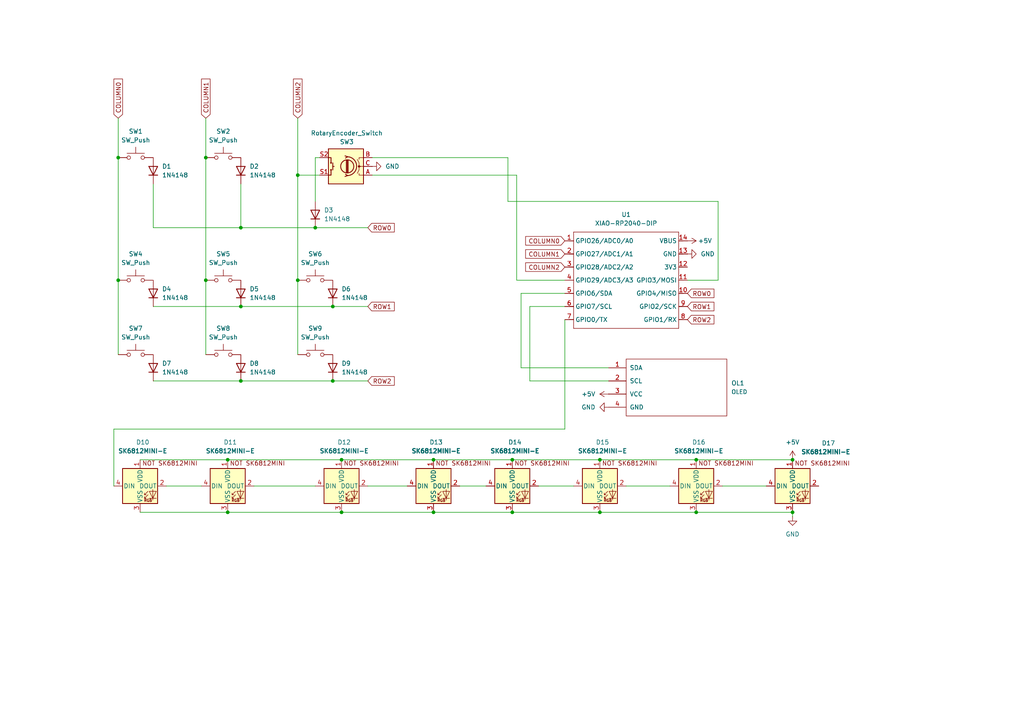
<source format=kicad_sch>
(kicad_sch (version 20250114) (generator "eeschema") (generator_version "9.0")
  (paper "A4")
  (lib_symbols
    (symbol "Device:RotaryEncoder_Switch" (pin_names (offset 0.254) (hide yes))
      (property "Reference" "SW" (at 0 6.604 0))
      (property "Value" "RotaryEncoder_Switch" (at 0 -6.604 0))
      (symbol "RotaryEncoder_Switch_0_1"
        (rectangle (start -5.08 5.08) (end 5.08 -5.08) (stroke (width 0.254)) (fill (type background)))
        (polyline (pts (xy -5.08 2.54) (xy -3.81 2.54) (xy -3.81 2.032)))
        (polyline (pts (xy -5.08 0) (xy -3.81 0) (xy -3.81 -1.016) (xy -3.302 -2.032)))
        (polyline (pts (xy -5.08 -2.54) (xy -3.81 -2.54) (xy -3.81 -2.032)))
        (polyline (pts (xy -4.318 0) (xy -3.81 0) (xy -3.81 1.016) (xy -3.302 2.032)))
        (circle (center -3.81 0) (radius 0.254) (fill (type outline)))
        (polyline (pts (xy -0.635 -1.778) (xy -0.635 1.778)) (stroke (width 0.254)))
        (circle (center -0.381 0) (radius 1.905) (stroke (width 0.254)))
        (polyline (pts (xy -0.381 -1.778) (xy -0.381 1.778)) (stroke (width 0.254)))
        (arc (start -0.381 -2.794) (mid -3.0988 -0.0635) (end -0.381 2.667) (stroke (width 0.254)))
        (polyline (pts (xy -0.127 1.778) (xy -0.127 -1.778)) (stroke (width 0.254)))
        (polyline (pts (xy 0.254 2.921) (xy -0.508 2.667) (xy 0.127 2.286)) (stroke (width 0.254)))
        (polyline (pts (xy 0.254 -3.048) (xy -0.508 -2.794) (xy 0.127 -2.413)) (stroke (width 0.254)))
        (polyline (pts (xy 3.81 1.016) (xy 3.81 -1.016)) (stroke (width 0.254)))
        (polyline (pts (xy 3.81 0) (xy 3.429 0)) (stroke (width 0.254)))
        (circle (center 4.318 1.016) (radius 0.127) (stroke (width 0.254)))
        (circle (center 4.318 -1.016) (radius 0.127) (stroke (width 0.254)))
        (polyline (pts (xy 5.08 2.54) (xy 4.318 2.54) (xy 4.318 1.016)) (stroke (width 0.254)))
        (polyline (pts (xy 5.08 -2.54) (xy 4.318 -2.54) (xy 4.318 -1.016)) (stroke (width 0.254)))
      )
      (symbol "RotaryEncoder_Switch_1_1"
        (pin passive line (at -7.62 2.54 0) (length 2.54) (name "A") (number "A"))
        (pin passive line (at -7.62 0 0) (length 2.54) (name "C") (number "C"))
        (pin passive line (at -7.62 -2.54 0) (length 2.54) (name "B") (number "B"))
        (pin passive line (at 7.62 2.54 180) (length 2.54) (name "S1") (number "S1"))
        (pin passive line (at 7.62 -2.54 180) (length 2.54) (name "S2") (number "S2"))
      )
    )
    (symbol "Diode:1N4148" (pin_numbers (hide yes)) (pin_names (hide yes))
      (property "Reference" "D" (at 0 2.54 0))
      (property "Value" "1N4148" (at 0 -2.54 0))
      (symbol "1N4148_0_1"
        (polyline (pts (xy -1.27 1.27) (xy -1.27 -1.27)) (stroke (width 0.254)))
        (polyline (pts (xy 1.27 1.27) (xy 1.27 -1.27) (xy -1.27 0) (xy 1.27 1.27)) (stroke (width 0.254)))
        (polyline (pts (xy 1.27 0) (xy -1.27 0)))
      )
      (symbol "1N4148_1_1"
        (pin passive line (at -3.81 0 0) (length 2.54) (name "K") (number "1"))
        (pin passive line (at 3.81 0 180) (length 2.54) (name "A") (number "2"))
      )
    )
    (symbol "MacroPad:XIAO-RP2040-DIP"
      (property "Reference" "U" (at 0 0 0))
      (property "Value" "XIAO-RP2040-DIP" (at 5.334 -1.778 0))
      (symbol "XIAO-RP2040-DIP_1_0"
        (polyline (pts (xy -1.27 -2.54) (xy 29.21 -2.54)) (stroke (width 0.1524)))
        (polyline (pts (xy -1.27 -5.08) (xy -2.54 -5.08)) (stroke (width 0.1524)))
        (polyline (pts (xy -1.27 -5.08) (xy -1.27 -2.54)) (stroke (width 0.1524)))
        (polyline (pts (xy -1.27 -8.89) (xy -2.54 -8.89)) (stroke (width 0.1524)))
        (polyline (pts (xy -1.27 -8.89) (xy -1.27 -5.08)) (stroke (width 0.1524)))
        (polyline (pts (xy -1.27 -12.7) (xy -2.54 -12.7)) (stroke (width 0.1524)))
        (polyline (pts (xy -1.27 -12.7) (xy -1.27 -8.89)) (stroke (width 0.1524)))
        (polyline (pts (xy -1.27 -16.51) (xy -2.54 -16.51)) (stroke (width 0.1524)))
        (polyline (pts (xy -1.27 -16.51) (xy -1.27 -12.7)) (stroke (width 0.1524)))
        (polyline (pts (xy -1.27 -20.32) (xy -2.54 -20.32)) (stroke (width 0.1524)))
        (polyline (pts (xy -1.27 -24.13) (xy -2.54 -24.13)) (stroke (width 0.1524)))
        (polyline (pts (xy -1.27 -27.94) (xy -2.54 -27.94)) (stroke (width 0.1524)))
        (polyline (pts (xy -1.27 -30.48) (xy -1.27 -16.51)) (stroke (width 0.1524)))
        (polyline (pts (xy 29.21 -2.54) (xy 29.21 -5.08)) (stroke (width 0.1524)))
        (polyline (pts (xy 29.21 -5.08) (xy 29.21 -8.89)) (stroke (width 0.1524)))
        (polyline (pts (xy 29.21 -8.89) (xy 29.21 -12.7)) (stroke (width 0.1524)))
        (polyline (pts (xy 29.21 -12.7) (xy 29.21 -30.48)) (stroke (width 0.1524)))
        (polyline (pts (xy 29.21 -30.48) (xy -1.27 -30.48)) (stroke (width 0.1524)))
        (polyline (pts (xy 30.48 -5.08) (xy 29.21 -5.08)) (stroke (width 0.1524)))
        (polyline (pts (xy 30.48 -8.89) (xy 29.21 -8.89)) (stroke (width 0.1524)))
        (polyline (pts (xy 30.48 -12.7) (xy 29.21 -12.7)) (stroke (width 0.1524)))
        (polyline (pts (xy 30.48 -16.51) (xy 29.21 -16.51)) (stroke (width 0.1524)))
        (polyline (pts (xy 30.48 -20.32) (xy 29.21 -20.32)) (stroke (width 0.1524)))
        (polyline (pts (xy 30.48 -24.13) (xy 29.21 -24.13)) (stroke (width 0.1524)))
        (polyline (pts (xy 30.48 -27.94) (xy 29.21 -27.94)) (stroke (width 0.1524)))
        (pin passive line (at -3.81 -5.08 0) (length 2.54) (name "GPIO26/ADC0/A0") (number "1"))
        (pin passive line (at -3.81 -8.89 0) (length 2.54) (name "GPIO27/ADC1/A1") (number "2"))
        (pin passive line (at -3.81 -12.7 0) (length 2.54) (name "GPIO28/ADC2/A2") (number "3"))
        (pin passive line (at -3.81 -16.51 0) (length 2.54) (name "GPIO29/ADC3/A3") (number "4"))
        (pin passive line (at -3.81 -20.32 0) (length 2.54) (name "GPIO6/SDA") (number "5"))
        (pin passive line (at -3.81 -24.13 0) (length 2.54) (name "GPIO7/SCL") (number "6"))
        (pin passive line (at -3.81 -27.94 0) (length 2.54) (name "GPIO0/TX") (number "7"))
        (pin passive line (at 31.75 -5.08 180) (length 2.54) (name "VBUS") (number "14"))
        (pin passive line (at 31.75 -8.89 180) (length 2.54) (name "GND") (number "13"))
        (pin passive line (at 31.75 -12.7 180) (length 2.54) (name "3V3") (number "12"))
        (pin passive line (at 31.75 -16.51 180) (length 2.54) (name "GPIO3/MOSI") (number "11"))
        (pin passive line (at 31.75 -20.32 180) (length 2.54) (name "GPIO4/MISO") (number "10"))
        (pin passive line (at 31.75 -24.13 180) (length 2.54) (name "GPIO2/SCK") (number "9"))
        (pin passive line (at 31.75 -27.94 180) (length 2.54) (name "GPIO1/RX") (number "8"))
      )
    )
    (symbol "SK6812MINI-E:SK6812MINI-E" (pin_names (offset 0.254))
      (property "Reference" "D" (at -3.556 5.842 0))
      (property "Value" "SK6812MINI-E" (at 1.27 -5.715 0))
      (symbol "SK6812MINI-E_0_0"
        (text "RGB" (at 2.286 -4.191 0) (effects (font (size 0.762 0.762))))
      )
      (symbol "SK6812MINI-E_0_1"
        (rectangle (start -5.08 5.08) (end 5.08 -5.08) (stroke (width 0.254)) (fill (type background)))
        (polyline (pts (xy 1.27 -2.54) (xy 1.778 -2.54)))
        (polyline (pts (xy 1.27 -3.556) (xy 1.778 -3.556)))
        (polyline (pts (xy 2.286 -1.524) (xy 1.27 -2.54) (xy 1.27 -2.032)))
        (polyline (pts (xy 2.286 -2.54) (xy 1.27 -3.556) (xy 1.27 -3.048)))
        (polyline (pts (xy 3.683 -1.016) (xy 3.683 -3.556) (xy 3.683 -4.064)))
        (polyline (pts (xy 4.699 -1.524) (xy 2.667 -1.524) (xy 3.683 -3.556) (xy 4.699 -1.524)))
        (polyline (pts (xy 4.699 -3.556) (xy 2.667 -3.556)))
      )
      (symbol "SK6812MINI-E_1_1"
        (text "NOT SK6812MINI" (at 8.636 6.604 0) (effects (font (size 1.27 1.27))))
        (pin input line (at -7.62 0 0) (length 2.54) (name "DIN") (number "4"))
        (pin power_in line (at 0 7.62 270) (length 2.54) (name "VDD") (number "1"))
        (pin power_in line (at 0 -7.62 90) (length 2.54) (name "VSS") (number "3"))
        (pin output line (at 7.62 0 180) (length 2.54) (name "DOUT") (number "2"))
      )
    )
    (symbol "Switch:SW_Push" (pin_numbers (hide yes)) (pin_names (offset 1.016) (hide yes))
      (property "Reference" "SW" (at 1.27 2.54 0))
      (property "Value" "SW_Push" (at 0 -1.524 0))
      (symbol "SW_Push_0_1"
        (circle (center -2.032 0) (radius 0.508))
        (polyline (pts (xy 0 1.27) (xy 0 3.048)))
        (circle (center 2.032 0) (radius 0.508))
        (polyline (pts (xy 2.54 1.27) (xy -2.54 1.27)))
        (pin passive line (at -5.08 0 0) (length 2.54) (name "1") (number "1"))
        (pin passive line (at 5.08 0 180) (length 2.54) (name "2") (number "2"))
      )
    )
    (symbol "kbd:OLED" (pin_names (offset 1.016))
      (property "Reference" "OL" (at 0 2.54 0))
      (property "Value" "OLED" (at 0 -1.27 0))
      (symbol "OLED_0_1"
        (rectangle (start -13.97 8.89) (end 15.24 -7.62))
      )
      (symbol "OLED_1_1"
        (pin bidirectional line (at -19.05 6.35 0) (length 5.08) (name "SDA") (number "1"))
        (pin bidirectional line (at -19.05 2.54 0) (length 5.08) (name "SCL") (number "2"))
        (pin power_in line (at -19.05 -1.27 0) (length 5.08) (name "VCC") (number "3"))
        (pin power_in line (at -19.05 -5.08 0) (length 5.08) (name "GND") (number "4"))
      )
    )
    (symbol "power:+5V" (power) (pin_numbers (hide yes)) (pin_names (offset 0) (hide yes))
      (property "Value" "+5V" (at 0 3.556 0))
      (symbol "+5V_0_1"
        (polyline (pts (xy -0.762 1.27) (xy 0 2.54)))
        (polyline (pts (xy 0 2.54) (xy 0.762 1.27)))
        (polyline (pts (xy 0 0) (xy 0 2.54)))
      )
      (symbol "+5V_1_1"
        (pin power_in line (at 0 0 90) (length 0) (name "~") (number "1"))
      )
    )
    (symbol "power:GND" (power) (pin_numbers (hide yes)) (pin_names (offset 0) (hide yes))
      (property "Value" "GND" (at 0 -3.81 0))
      (symbol "GND_0_1"
        (polyline (pts (xy 0 0) (xy 0 -1.27) (xy 1.27 -1.27) (xy 0 -2.54) (xy -1.27 -1.27) (xy 0 -1.27)))
      )
      (symbol "GND_1_1"
        (pin power_in line (at 0 0 270) (length 0) (name "~") (number "1"))
      )
    )
  )
  (junction (at 86.36 50.8))
  (junction (at 229.87 148.59))
  (junction (at 86.36 81.28))
  (junction (at 91.44 66.04))
  (junction (at 125.73 133.35))
  (junction (at 69.85 88.9))
  (junction (at 66.04 133.35))
  (junction (at 99.06 148.59))
  (junction (at 59.69 81.28))
  (junction (at 59.69 45.72))
  (junction (at 173.99 133.35))
  (junction (at 229.87 133.35))
  (junction (at 148.59 148.59))
  (junction (at 148.59 133.35))
  (junction (at 34.29 81.28))
  (junction (at 69.85 110.49))
  (junction (at 201.93 133.35))
  (junction (at 125.73 148.59))
  (junction (at 69.85 66.04))
  (junction (at 34.29 45.72))
  (junction (at 201.93 148.59))
  (junction (at 96.52 88.9))
  (junction (at 173.99 148.59))
  (junction (at 96.52 110.49))
  (junction (at 99.06 133.35))
  (junction (at 66.04 148.59))
  (wire (pts (xy 91.44 66.04) (xy 106.68 66.04)))
  (wire (pts (xy 176.53 110.49) (xy 153.67 110.49)))
  (wire (pts (xy 92.71 45.72) (xy 91.44 45.72)))
  (wire (pts (xy 69.85 53.34) (xy 69.85 66.04)))
  (wire (pts (xy 181.61 140.97) (xy 194.31 140.97)))
  (wire (pts (xy 209.55 140.97) (xy 222.25 140.97)))
  (wire (pts (xy 59.69 45.72) (xy 59.69 81.28)))
  (wire (pts (xy 173.99 148.59) (xy 201.93 148.59)))
  (wire (pts (xy 44.45 66.04) (xy 69.85 66.04)))
  (wire (pts (xy 151.13 85.09) (xy 151.13 106.68)))
  (wire (pts (xy 66.04 133.35) (xy 99.06 133.35)))
  (wire (pts (xy 44.45 110.49) (xy 69.85 110.49)))
  (wire (pts (xy 229.87 149.86) (xy 229.87 148.59)))
  (wire (pts (xy 34.29 81.28) (xy 34.29 102.87)))
  (wire (pts (xy 66.04 148.59) (xy 99.06 148.59)))
  (wire (pts (xy 48.26 140.97) (xy 58.42 140.97)))
  (wire (pts (xy 107.95 50.8) (xy 149.86 50.8)))
  (wire (pts (xy 86.36 50.8) (xy 92.71 50.8)))
  (wire (pts (xy 149.86 50.8) (xy 149.86 81.28)))
  (wire (pts (xy 156.21 140.97) (xy 166.37 140.97)))
  (wire (pts (xy 96.52 88.9) (xy 106.68 88.9)))
  (wire (pts (xy 69.85 110.49) (xy 96.52 110.49)))
  (wire (pts (xy 44.45 88.9) (xy 69.85 88.9)))
  (wire (pts (xy 59.69 81.28) (xy 59.69 102.87)))
  (wire (pts (xy 201.93 133.35) (xy 229.87 133.35)))
  (wire (pts (xy 33.02 124.46) (xy 163.83 124.46)))
  (wire (pts (xy 147.32 45.72) (xy 147.32 58.42)))
  (wire (pts (xy 40.64 133.35) (xy 66.04 133.35)))
  (wire (pts (xy 33.02 124.46) (xy 33.02 140.97)))
  (wire (pts (xy 148.59 148.59) (xy 173.99 148.59)))
  (wire (pts (xy 73.66 140.97) (xy 91.44 140.97)))
  (wire (pts (xy 173.99 133.35) (xy 201.93 133.35)))
  (wire (pts (xy 69.85 66.04) (xy 91.44 66.04)))
  (wire (pts (xy 208.28 58.42) (xy 208.28 81.28)))
  (wire (pts (xy 153.67 88.9) (xy 153.67 110.49)))
  (wire (pts (xy 99.06 148.59) (xy 125.73 148.59)))
  (wire (pts (xy 99.06 133.35) (xy 125.73 133.35)))
  (wire (pts (xy 133.35 140.97) (xy 140.97 140.97)))
  (wire (pts (xy 163.83 81.28) (xy 149.86 81.28)))
  (wire (pts (xy 151.13 85.09) (xy 163.83 85.09)))
  (wire (pts (xy 106.68 140.97) (xy 118.11 140.97)))
  (wire (pts (xy 153.67 88.9) (xy 163.83 88.9)))
  (wire (pts (xy 151.13 106.68) (xy 176.53 106.68)))
  (wire (pts (xy 34.29 34.29) (xy 34.29 45.72)))
  (wire (pts (xy 147.32 58.42) (xy 208.28 58.42)))
  (wire (pts (xy 86.36 34.29) (xy 86.36 50.8)))
  (wire (pts (xy 201.93 148.59) (xy 229.87 148.59)))
  (wire (pts (xy 208.28 81.28) (xy 199.39 81.28)))
  (wire (pts (xy 107.95 45.72) (xy 147.32 45.72)))
  (wire (pts (xy 125.73 148.59) (xy 148.59 148.59)))
  (wire (pts (xy 96.52 110.49) (xy 106.68 110.49)))
  (wire (pts (xy 91.44 45.72) (xy 91.44 58.42)))
  (wire (pts (xy 69.85 88.9) (xy 96.52 88.9)))
  (wire (pts (xy 59.69 34.29) (xy 59.69 45.72)))
  (wire (pts (xy 44.45 53.34) (xy 44.45 66.04)))
  (wire (pts (xy 34.29 45.72) (xy 34.29 81.28)))
  (wire (pts (xy 163.83 124.46) (xy 163.83 92.71)))
  (wire (pts (xy 86.36 50.8) (xy 86.36 81.28)))
  (wire (pts (xy 86.36 81.28) (xy 86.36 102.87)))
  (wire (pts (xy 125.73 133.35) (xy 148.59 133.35)))
  (wire (pts (xy 148.59 133.35) (xy 173.99 133.35)))
  (wire (pts (xy 40.64 148.59) (xy 66.04 148.59)))
  (global_label "ROW1" (shape input) (at 199.39 88.9 0) (property "Intersheetrefs" "${INTERSHEET_REFS}" (effects (hide yes))))
  (global_label "ROW0" (shape input) (at 106.68 66.04 0) (property "Intersheetrefs" "${INTERSHEET_REFS}" (effects (hide yes))))
  (global_label "ROW2" (shape input) (at 106.68 110.49 0) (property "Intersheetrefs" "${INTERSHEET_REFS}" (effects (hide yes))))
  (global_label "ROW0" (shape input) (at 199.39 85.09 0) (property "Intersheetrefs" "${INTERSHEET_REFS}" (effects (hide yes))))
  (global_label "ROW2" (shape input) (at 199.39 92.71 0) (property "Intersheetrefs" "${INTERSHEET_REFS}" (effects (hide yes))))
  (global_label "COLUMN1" (shape input) (at 59.69 34.29 90) (property "Intersheetrefs" "${INTERSHEET_REFS}" (effects (hide yes))))
  (global_label "COLUMN0" (shape input) (at 34.29 34.29 90) (property "Intersheetrefs" "${INTERSHEET_REFS}" (effects (hide yes))))
  (global_label "COLUMN2" (shape input) (at 86.36 34.29 90) (property "Intersheetrefs" "${INTERSHEET_REFS}" (effects (hide yes))))
  (global_label "COLUMN1" (shape input) (at 163.83 73.66 180) (property "Intersheetrefs" "${INTERSHEET_REFS}" (effects (hide yes))))
  (global_label "ROW1" (shape input) (at 106.68 88.9 0) (property "Intersheetrefs" "${INTERSHEET_REFS}" (effects (hide yes))))
  (global_label "COLUMN0" (shape input) (at 163.83 69.85 180) (property "Intersheetrefs" "${INTERSHEET_REFS}" (effects (hide yes))))
  (global_label "COLUMN2" (shape input) (at 163.83 77.47 180) (property "Intersheetrefs" "${INTERSHEET_REFS}" (effects (hide yes))))
  (symbol (lib_id "SK6812MINI-E:SK6812MINI-E") (at 173.99 140.97 0) (unit 1)
    (property "Reference" "D15" (at 174.752 128.2699 0))
    (property "Value" "SK6812MINI-E" (at 174.752 130.81 0) (effects (font (thickness 0.254) (bold yes))))
    (property "Footprint" "footprints:SK6812MINI-E_fixed" (effects (hide yes)))
    (property "Datasheet" "https://cdn-shop.adafruit.com/product-files/4960/4960_SK6812MINI-E_REV02_EN.pdf" (effects (hide yes)))
    (property "Description" "RGB LED with integrated controller" (effects (hide yes)))
  )
  (symbol (lib_id "Switch:SW_Push") (at 39.37 81.28 0) (unit 1)
    (property "Reference" "SW4" (at 39.37 73.66 0))
    (property "Value" "SW_Push" (at 39.37 76.2 0))
    (property "Footprint" "Button_Switch_Keyboard:SW_Cherry_MX_1.00u_PCB" (effects (hide yes)))
    (property "Description" "Push button switch, generic, two pins" (effects (hide yes)))
  )
  (symbol (lib_id "SK6812MINI-E:SK6812MINI-E") (at 40.64 140.97 0) (unit 1)
    (property "Reference" "D10" (at 41.402 128.2699 0))
    (property "Value" "SK6812MINI-E" (at 41.402 130.81 0) (effects (font (thickness 0.254) (bold yes))))
    (property "Footprint" "footprints:SK6812MINI-E_fixed" (effects (hide yes)))
    (property "Datasheet" "https://cdn-shop.adafruit.com/product-files/4960/4960_SK6812MINI-E_REV02_EN.pdf" (effects (hide yes)))
    (property "Description" "RGB LED with integrated controller" (effects (hide yes)))
  )
  (symbol (lib_id "Diode:1N4148") (at 69.85 106.68 90) (unit 1)
    (property "Reference" "D8" (at 72.39 105.4099 90) (effects (justify right)))
    (property "Value" "1N4148" (at 72.39 107.9499 90) (effects (justify right)))
    (property "Footprint" "Diode_THT:D_DO-35_SOD27_P7.62mm_Horizontal" (effects (hide yes)))
    (property "Datasheet" "https://assets.nexperia.com/documents/data-sheet/1N4148_1N4448.pdf" (effects (hide yes)))
    (property "Description" "100V 0.15A standard switching diode, DO-35" (effects (hide yes)))
    (property "Sim.Device" "D" (effects (hide yes)))
    (property "Sim.Pins" "1=K 2=A" (effects (hide yes)))
  )
  (symbol (lib_id "Switch:SW_Push") (at 39.37 45.72 0) (unit 1)
    (property "Reference" "SW1" (at 39.37 38.1 0))
    (property "Value" "SW_Push" (at 39.37 40.64 0))
    (property "Footprint" "Button_Switch_Keyboard:SW_Cherry_MX_1.00u_PCB" (effects (hide yes)))
    (property "Description" "Push button switch, generic, two pins" (effects (hide yes)))
  )
  (symbol (lib_id "Diode:1N4148") (at 44.45 85.09 90) (unit 1)
    (property "Reference" "D4" (at 46.99 83.8199 90) (effects (justify right)))
    (property "Value" "1N4148" (at 46.99 86.3599 90) (effects (justify right)))
    (property "Footprint" "Diode_THT:D_DO-35_SOD27_P7.62mm_Horizontal" (effects (hide yes)))
    (property "Datasheet" "https://assets.nexperia.com/documents/data-sheet/1N4148_1N4448.pdf" (effects (hide yes)))
    (property "Description" "100V 0.15A standard switching diode, DO-35" (effects (hide yes)))
    (property "Sim.Device" "D" (effects (hide yes)))
    (property "Sim.Pins" "1=K 2=A" (effects (hide yes)))
  )
  (symbol (lib_id "power:GND") (at 229.87 149.86 0) (unit 1)
    (property "Reference" "#PWR017" (effects (hide yes)))
    (property "Value" "GND" (at 229.87 154.94 0))
    (property "Description" "Power symbol creates a global label with name \"GND\" , ground" (effects (hide yes)))
  )
  (symbol (lib_id "power:GND") (at 176.53 118.11 270) (unit 1)
    (property "Reference" "#PWR08" (effects (hide yes)))
    (property "Value" "GND" (at 172.72 118.1099 90) (effects (justify right)))
    (property "Description" "Power symbol creates a global label with name \"GND\" , ground" (effects (hide yes)))
  )
  (symbol (lib_id "Switch:SW_Push") (at 64.77 81.28 0) (unit 1)
    (property "Reference" "SW5" (at 64.77 73.66 0))
    (property "Value" "SW_Push" (at 64.77 76.2 0))
    (property "Footprint" "Button_Switch_Keyboard:SW_Cherry_MX_1.00u_PCB" (effects (hide yes)))
    (property "Description" "Push button switch, generic, two pins" (effects (hide yes)))
  )
  (symbol (lib_id "Diode:1N4148") (at 44.45 106.68 90) (unit 1)
    (property "Reference" "D7" (at 46.99 105.4099 90) (effects (justify right)))
    (property "Value" "1N4148" (at 46.99 107.9499 90) (effects (justify right)))
    (property "Footprint" "Diode_THT:D_DO-35_SOD27_P7.62mm_Horizontal" (effects (hide yes)))
    (property "Datasheet" "https://assets.nexperia.com/documents/data-sheet/1N4148_1N4448.pdf" (effects (hide yes)))
    (property "Description" "100V 0.15A standard switching diode, DO-35" (effects (hide yes)))
    (property "Sim.Device" "D" (effects (hide yes)))
    (property "Sim.Pins" "1=K 2=A" (effects (hide yes)))
  )
  (symbol (lib_id "power:+5V") (at 229.87 133.35 0) (unit 1)
    (property "Reference" "#PWR016" (effects (hide yes)))
    (property "Value" "+5V" (at 229.87 128.27 0))
    (property "Description" "Power symbol creates a global label with name \"+5V\"" (effects (hide yes)))
  )
  (symbol (lib_id "power:GND") (at 199.39 73.66 90) (unit 1)
    (property "Reference" "#PWR05" (effects (hide yes)))
    (property "Value" "GND" (at 203.2 73.6599 90) (effects (justify right)))
    (property "Description" "Power symbol creates a global label with name \"GND\" , ground" (effects (hide yes)))
  )
  (symbol (lib_id "power:+5V") (at 176.53 114.3 90) (unit 1)
    (property "Reference" "#PWR09" (effects (hide yes)))
    (property "Value" "+5V" (at 172.72 114.2999 90) (effects (justify left)))
    (property "Description" "Power symbol creates a global label with name \"+5V\"" (effects (hide yes)))
  )
  (symbol (lib_id "Switch:SW_Push") (at 91.44 102.87 0) (unit 1)
    (property "Reference" "SW9" (at 91.44 95.25 0))
    (property "Value" "SW_Push" (at 91.44 97.79 0))
    (property "Footprint" "Button_Switch_Keyboard:SW_Cherry_MX_1.00u_PCB" (effects (hide yes)))
    (property "Description" "Push button switch, generic, two pins" (effects (hide yes)))
  )
  (symbol (lib_id "Switch:SW_Push") (at 64.77 45.72 0) (unit 1)
    (property "Reference" "SW2" (at 64.77 38.1 0))
    (property "Value" "SW_Push" (at 64.77 40.64 0))
    (property "Footprint" "Button_Switch_Keyboard:SW_Cherry_MX_1.00u_PCB" (effects (hide yes)))
    (property "Description" "Push button switch, generic, two pins" (effects (hide yes)))
  )
  (symbol (lib_id "power:+5V") (at 199.39 69.85 270) (unit 1)
    (property "Reference" "#PWR04" (effects (hide yes)))
    (property "Value" "+5V" (at 204.47 69.85 90))
    (property "Description" "Power symbol creates a global label with name \"+5V\"" (effects (hide yes)))
  )
  (symbol (lib_id "SK6812MINI-E:SK6812MINI-E") (at 201.93 140.97 0) (unit 1)
    (property "Reference" "D16" (at 202.692 128.2699 0))
    (property "Value" "SK6812MINI-E" (at 202.692 130.81 0) (effects (font (thickness 0.254) (bold yes))))
    (property "Footprint" "footprints:SK6812MINI-E_fixed" (effects (hide yes)))
    (property "Datasheet" "https://cdn-shop.adafruit.com/product-files/4960/4960_SK6812MINI-E_REV02_EN.pdf" (effects (hide yes)))
    (property "Description" "RGB LED with integrated controller" (effects (hide yes)))
  )
  (symbol (lib_id "Diode:1N4148") (at 44.45 49.53 90) (unit 1)
    (property "Reference" "D1" (at 46.99 48.2599 90) (effects (justify right)))
    (property "Value" "1N4148" (at 46.99 50.7999 90) (effects (justify right)))
    (property "Footprint" "Diode_THT:D_DO-35_SOD27_P7.62mm_Horizontal" (effects (hide yes)))
    (property "Datasheet" "https://assets.nexperia.com/documents/data-sheet/1N4148_1N4448.pdf" (effects (hide yes)))
    (property "Description" "100V 0.15A standard switching diode, DO-35" (effects (hide yes)))
    (property "Sim.Device" "D" (effects (hide yes)))
    (property "Sim.Pins" "1=K 2=A" (effects (hide yes)))
  )
  (symbol (lib_id "Diode:1N4148") (at 96.52 106.68 90) (unit 1)
    (property "Reference" "D9" (at 99.06 105.4099 90) (effects (justify right)))
    (property "Value" "1N4148" (at 99.06 107.9499 90) (effects (justify right)))
    (property "Footprint" "Diode_THT:D_DO-35_SOD27_P7.62mm_Horizontal" (effects (hide yes)))
    (property "Datasheet" "https://assets.nexperia.com/documents/data-sheet/1N4148_1N4448.pdf" (effects (hide yes)))
    (property "Description" "100V 0.15A standard switching diode, DO-35" (effects (hide yes)))
    (property "Sim.Device" "D" (effects (hide yes)))
    (property "Sim.Pins" "1=K 2=A" (effects (hide yes)))
  )
  (symbol (lib_id "Switch:SW_Push") (at 39.37 102.87 0) (unit 1)
    (property "Reference" "SW7" (at 39.37 95.25 0))
    (property "Value" "SW_Push" (at 39.37 97.79 0))
    (property "Footprint" "Button_Switch_Keyboard:SW_Cherry_MX_1.00u_PCB" (effects (hide yes)))
    (property "Description" "Push button switch, generic, two pins" (effects (hide yes)))
  )
  (symbol (lib_id "SK6812MINI-E:SK6812MINI-E") (at 125.73 140.97 0) (unit 1)
    (property "Reference" "D13" (at 126.492 128.2699 0))
    (property "Value" "SK6812MINI-E" (at 126.492 130.81 0) (effects (font (thickness 0.254) (bold yes))))
    (property "Footprint" "footprints:SK6812MINI-E_fixed" (effects (hide yes)))
    (property "Datasheet" "https://cdn-shop.adafruit.com/product-files/4960/4960_SK6812MINI-E_REV02_EN.pdf" (effects (hide yes)))
    (property "Description" "RGB LED with integrated controller" (effects (hide yes)))
  )
  (symbol (lib_id "Diode:1N4148") (at 91.44 62.23 90) (unit 1)
    (property "Reference" "D3" (at 93.98 60.9599 90) (effects (justify right)))
    (property "Value" "1N4148" (at 93.98 63.4999 90) (effects (justify right)))
    (property "Footprint" "Diode_THT:D_DO-35_SOD27_P7.62mm_Horizontal" (effects (hide yes)))
    (property "Datasheet" "https://assets.nexperia.com/documents/data-sheet/1N4148_1N4448.pdf" (effects (hide yes)))
    (property "Description" "100V 0.15A standard switching diode, DO-35" (effects (hide yes)))
    (property "Sim.Device" "D" (effects (hide yes)))
    (property "Sim.Pins" "1=K 2=A" (effects (hide yes)))
  )
  (symbol (lib_id "SK6812MINI-E:SK6812MINI-E") (at 66.04 140.97 0) (unit 1)
    (property "Reference" "D11" (at 66.802 128.2699 0))
    (property "Value" "SK6812MINI-E" (at 66.802 130.81 0) (effects (font (thickness 0.254) (bold yes))))
    (property "Footprint" "footprints:SK6812MINI-E_fixed" (effects (hide yes)))
    (property "Datasheet" "https://cdn-shop.adafruit.com/product-files/4960/4960_SK6812MINI-E_REV02_EN.pdf" (effects (hide yes)))
    (property "Description" "RGB LED with integrated controller" (effects (hide yes)))
  )
  (symbol (lib_id "Switch:SW_Push") (at 64.77 102.87 0) (unit 1)
    (property "Reference" "SW8" (at 64.77 95.25 0))
    (property "Value" "SW_Push" (at 64.77 97.79 0))
    (property "Footprint" "Button_Switch_Keyboard:SW_Cherry_MX_1.00u_PCB" (effects (hide yes)))
    (property "Description" "Push button switch, generic, two pins" (effects (hide yes)))
  )
  (symbol (lib_id "Device:RotaryEncoder_Switch") (at 100.33 48.26 180) (unit 1)
    (property "Reference" "SW3" (at 100.584 41.148 0))
    (property "Value" "RotaryEncoder_Switch" (at 100.584 38.608 0))
    (property "Footprint" "Rotary_Encoder:RotaryEncoder_Alps_EC11E-Switch_Vertical_H20mm_MountingHoles" (effects (hide yes)))
    (property "Description" "Rotary encoder, dual channel, incremental quadrate outputs, with switch" (effects (hide yes)))
  )
  (symbol (lib_id "Switch:SW_Push") (at 91.44 81.28 0) (unit 1)
    (property "Reference" "SW6" (at 91.44 73.66 0))
    (property "Value" "SW_Push" (at 91.44 76.2 0))
    (property "Footprint" "Button_Switch_Keyboard:SW_Cherry_MX_1.00u_PCB" (effects (hide yes)))
    (property "Description" "Push button switch, generic, two pins" (effects (hide yes)))
  )
  (symbol (lib_id "SK6812MINI-E:SK6812MINI-E") (at 148.59 140.97 0) (unit 1)
    (property "Reference" "D14" (at 149.352 128.2699 0))
    (property "Value" "SK6812MINI-E" (at 149.352 130.81 0) (effects (font (thickness 0.254) (bold yes))))
    (property "Footprint" "footprints:SK6812MINI-E_fixed" (effects (hide yes)))
    (property "Datasheet" "https://cdn-shop.adafruit.com/product-files/4960/4960_SK6812MINI-E_REV02_EN.pdf" (effects (hide yes)))
    (property "Description" "RGB LED with integrated controller" (effects (hide yes)))
  )
  (symbol (lib_id "kbd:OLED") (at 195.58 113.03 0) (unit 1)
    (property "Reference" "OL1" (at 212.09 111.125 0) (effects (font (size 1.2954 1.2954)) (justify left)))
    (property "Value" "OLED" (at 212.09 113.665 0) (effects (font (size 1.1938 1.1938)) (justify left)))
    (property "Footprint" "Library:SSD1306-0.91-OLED-4pin-128x32" (effects (hide yes)))
  )
  (symbol (lib_id "SK6812MINI-E:SK6812MINI-E") (at 99.06 140.97 0) (unit 1)
    (property "Reference" "D12" (at 99.822 128.2699 0))
    (property "Value" "SK6812MINI-E" (at 99.822 130.81 0) (effects (font (thickness 0.254) (bold yes))))
    (property "Footprint" "footprints:SK6812MINI-E_fixed" (effects (hide yes)))
    (property "Datasheet" "https://cdn-shop.adafruit.com/product-files/4960/4960_SK6812MINI-E_REV02_EN.pdf" (effects (hide yes)))
    (property "Description" "RGB LED with integrated controller" (effects (hide yes)))
  )
  (symbol (lib_id "Diode:1N4148") (at 69.85 85.09 90) (unit 1)
    (property "Reference" "D5" (at 72.39 83.8199 90) (effects (justify right)))
    (property "Value" "1N4148" (at 72.39 86.3599 90) (effects (justify right)))
    (property "Footprint" "Diode_THT:D_DO-35_SOD27_P7.62mm_Horizontal" (effects (hide yes)))
    (property "Datasheet" "https://assets.nexperia.com/documents/data-sheet/1N4148_1N4448.pdf" (effects (hide yes)))
    (property "Description" "100V 0.15A standard switching diode, DO-35" (effects (hide yes)))
    (property "Sim.Device" "D" (effects (hide yes)))
    (property "Sim.Pins" "1=K 2=A" (effects (hide yes)))
  )
  (symbol (lib_id "MacroPad:XIAO-RP2040-DIP") (at 167.64 64.77 0) (unit 1)
    (property "Reference" "U1" (at 181.61 62.23 0))
    (property "Value" "XIAO-RP2040-DIP" (at 181.61 64.77 0))
    (property "Footprint" "MacroPad:XIAO-RP2040-DIP" (effects (hide yes)))
  )
  (symbol (lib_id "power:GND") (at 107.95 48.26 90) (unit 1)
    (property "Reference" "#PWR01" (effects (hide yes)))
    (property "Value" "GND" (at 111.76 48.2599 90) (effects (justify right)))
    (property "Description" "Power symbol creates a global label with name \"GND\" , ground" (effects (hide yes)))
  )
  (symbol (lib_id "Diode:1N4148") (at 69.85 49.53 90) (unit 1)
    (property "Reference" "D2" (at 72.39 48.2599 90) (effects (justify right)))
    (property "Value" "1N4148" (at 72.39 50.7999 90) (effects (justify right)))
    (property "Footprint" "Diode_THT:D_DO-35_SOD27_P7.62mm_Horizontal" (effects (hide yes)))
    (property "Datasheet" "https://assets.nexperia.com/documents/data-sheet/1N4148_1N4448.pdf" (effects (hide yes)))
    (property "Description" "100V 0.15A standard switching diode, DO-35" (effects (hide yes)))
    (property "Sim.Device" "D" (effects (hide yes)))
    (property "Sim.Pins" "1=K 2=A" (effects (hide yes)))
  )
  (symbol (lib_id "Diode:1N4148") (at 96.52 85.09 90) (unit 1)
    (property "Reference" "D6" (at 99.06 83.8199 90) (effects (justify right)))
    (property "Value" "1N4148" (at 99.06 86.3599 90) (effects (justify right)))
    (property "Footprint" "Diode_THT:D_DO-35_SOD27_P7.62mm_Horizontal" (effects (hide yes)))
    (property "Datasheet" "https://assets.nexperia.com/documents/data-sheet/1N4148_1N4448.pdf" (effects (hide yes)))
    (property "Description" "100V 0.15A standard switching diode, DO-35" (effects (hide yes)))
    (property "Sim.Device" "D" (effects (hide yes)))
    (property "Sim.Pins" "1=K 2=A" (effects (hide yes)))
  )
  (symbol (lib_id "SK6812MINI-E:SK6812MINI-E") (at 229.87 140.97 0) (unit 1)
    (property "Reference" "D17" (at 240.284 128.524 0))
    (property "Value" "SK6812MINI-E" (at 239.522 131.064 0) (effects (font (thickness 0.254) (bold yes))))
    (property "Footprint" "footprints:SK6812MINI-E_fixed" (effects (hide yes)))
    (property "Datasheet" "https://cdn-shop.adafruit.com/product-files/4960/4960_SK6812MINI-E_REV02_EN.pdf" (effects (hide yes)))
    (property "Description" "RGB LED with integrated controller" (effects (hide yes)))
  )
)
</source>
